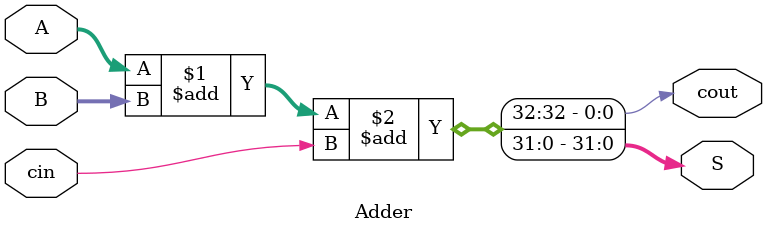
<source format=v>
`timescale 1ns/1ns
module Adder(A,B,cin,cout,S);
	input [31:0]A,B;
	input cin;
	output [31:0]S;
	output cout;
	assign {cout,S}=A+B+cin;
endmodule
</source>
